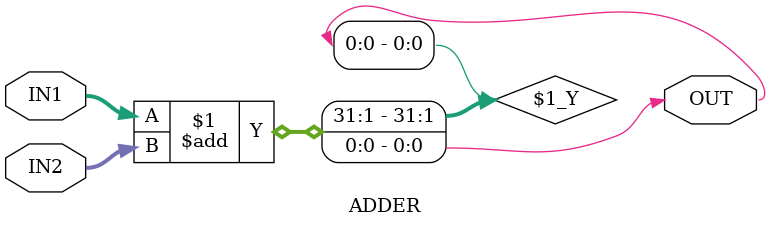
<source format=v>
`timescale 1ns / 1ps


module ADDER(IN1, IN2, OUT);
input wire [31:0] IN1, IN2;
output wire OUT;

assign OUT = IN1 + IN2;
endmodule

</source>
